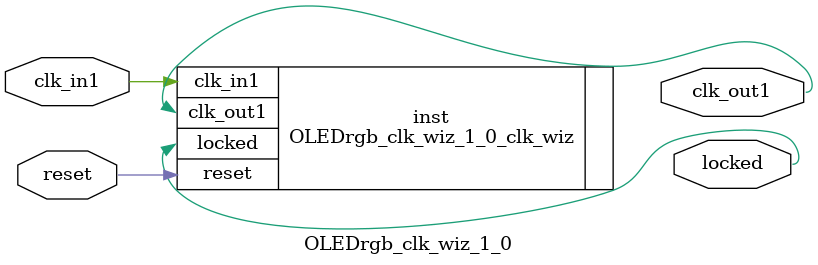
<source format=v>


`timescale 1ps/1ps

(* CORE_GENERATION_INFO = "OLEDrgb_clk_wiz_1_0,clk_wiz_v6_0_1_0_0,{component_name=OLEDrgb_clk_wiz_1_0,use_phase_alignment=true,use_min_o_jitter=false,use_max_i_jitter=false,use_dyn_phase_shift=false,use_inclk_switchover=false,use_dyn_reconfig=false,enable_axi=0,feedback_source=FDBK_AUTO,PRIMITIVE=MMCM,num_out_clk=1,clkin1_period=10.000,clkin2_period=10.000,use_power_down=false,use_reset=true,use_locked=true,use_inclk_stopped=false,feedback_type=SINGLE,CLOCK_MGR_TYPE=NA,manual_override=false}" *)

module OLEDrgb_clk_wiz_1_0 
 (
  // Clock out ports
  output        clk_out1,
  // Status and control signals
  input         reset,
  output        locked,
 // Clock in ports
  input         clk_in1
 );

  OLEDrgb_clk_wiz_1_0_clk_wiz inst
  (
  // Clock out ports  
  .clk_out1(clk_out1),
  // Status and control signals               
  .reset(reset), 
  .locked(locked),
 // Clock in ports
  .clk_in1(clk_in1)
  );

endmodule

</source>
